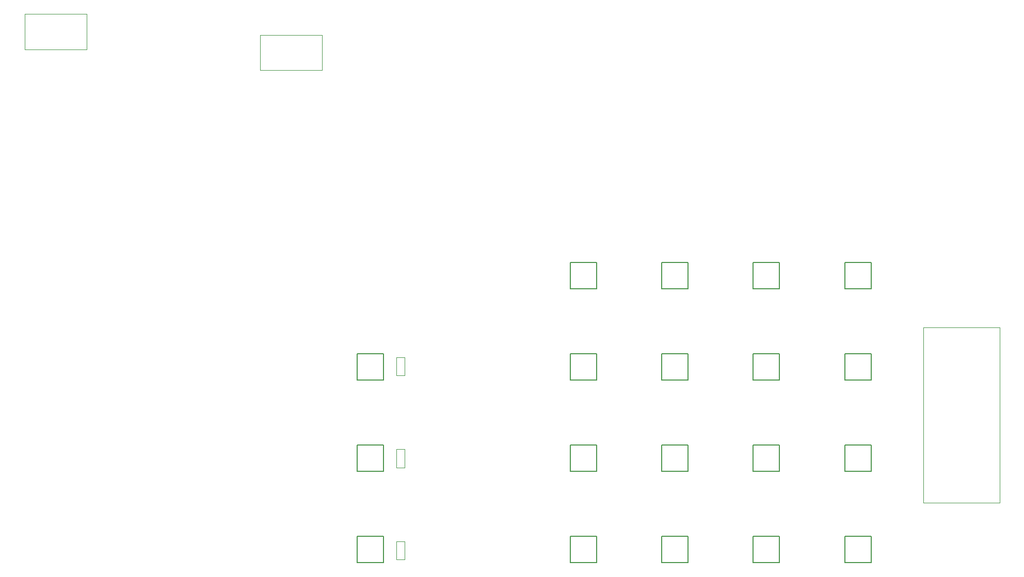
<source format=gbr>
%TF.GenerationSoftware,Altium Limited,Altium Designer,21.6.4 (81)*%
G04 Layer_Color=16711935*
%FSLAX43Y43*%
%MOMM*%
%TF.SameCoordinates,51A45B19-5AA5-45A3-BC04-4EA5AD39BA57*%
%TF.FilePolarity,Positive*%
%TF.FileFunction,Other,Mechanical_13*%
%TF.Part,Single*%
G01*
G75*
%TA.AperFunction,NonConductor*%
%ADD40C,0.200*%
%ADD47C,0.100*%
D40*
X92841Y47159D02*
X97159D01*
Y42841D02*
Y47159D01*
X92841Y42841D02*
X97159D01*
X92841D02*
Y47159D01*
X177159Y42841D02*
Y47159D01*
X172841Y42841D02*
X177159D01*
X172841D02*
Y47159D01*
X177159D01*
X162159Y42841D02*
Y47159D01*
X157841Y42841D02*
X162159D01*
X157841D02*
Y47159D01*
X162159D01*
X147159Y42841D02*
Y47159D01*
X142841Y42841D02*
X147159D01*
X142841D02*
Y47159D01*
X147159D01*
X132159Y42841D02*
Y47159D01*
X127841Y42841D02*
X132159D01*
X127841D02*
Y47159D01*
X132159D01*
X177159Y57841D02*
Y62159D01*
X172841Y57841D02*
X177159D01*
X172841D02*
Y62159D01*
X177159D01*
X162159Y57841D02*
Y62159D01*
X157841Y57841D02*
X162159D01*
X157841D02*
Y62159D01*
X162159D01*
X147159Y57841D02*
Y62159D01*
X142841Y57841D02*
X147159D01*
X142841D02*
Y62159D01*
X147159D01*
X132159Y57841D02*
Y62159D01*
X127841Y57841D02*
X132159D01*
X127841D02*
Y62159D01*
X132159D01*
X177159Y72841D02*
Y77159D01*
X172841Y72841D02*
X177159D01*
X172841D02*
Y77159D01*
X177159D01*
X162159Y72841D02*
Y77159D01*
X157841Y72841D02*
X162159D01*
X157841D02*
Y77159D01*
X162159D01*
X147159Y72841D02*
Y77159D01*
X142841Y72841D02*
X147159D01*
X142841D02*
Y77159D01*
X147159D01*
X132159Y72841D02*
Y77159D01*
X127841Y72841D02*
X132159D01*
X127841D02*
Y77159D01*
X132159D01*
X177159Y87841D02*
Y92159D01*
X172841Y87841D02*
X177159D01*
X172841D02*
Y92159D01*
X177159D01*
X162159Y87841D02*
Y92159D01*
X157841Y87841D02*
X162159D01*
X157841D02*
Y92159D01*
X162159D01*
X147159Y87841D02*
Y92159D01*
X142841Y87841D02*
X147159D01*
X142841D02*
Y92159D01*
X147159D01*
X132159Y87841D02*
Y92159D01*
X127841Y87841D02*
X132159D01*
X127841D02*
Y92159D01*
X132159D01*
X92841Y62159D02*
X97159D01*
Y57841D02*
Y62159D01*
X92841Y57841D02*
X97159D01*
X92841D02*
Y62159D01*
Y77159D02*
X97159D01*
Y72841D02*
Y77159D01*
X92841Y72841D02*
X97159D01*
X92841D02*
Y77159D01*
D47*
X198250Y52700D02*
Y81500D01*
X185750D02*
X198250D01*
X185750Y52700D02*
Y81500D01*
Y52700D02*
X198250D01*
X100700Y43331D02*
Y46331D01*
X99300Y43331D02*
Y46331D01*
X100700D01*
X99300Y43331D02*
X100700D01*
X99300Y58444D02*
X100700D01*
X99300Y61444D02*
X100700D01*
X99300Y58444D02*
Y61444D01*
X100700Y58444D02*
Y61444D01*
X87142Y123673D02*
Y129473D01*
X76942D02*
X87142D01*
X76942Y123673D02*
Y129473D01*
Y123673D02*
X87142D01*
X48534Y127100D02*
Y132900D01*
X38334Y127100D02*
X48534D01*
X38334D02*
Y132900D01*
X48534D01*
X100700Y73557D02*
Y76557D01*
X99300Y73557D02*
Y76557D01*
X100700D01*
X99300Y73557D02*
X100700D01*
%TF.MD5,a37e7ea8b21298189de72a5f2df1bf41*%
M02*

</source>
